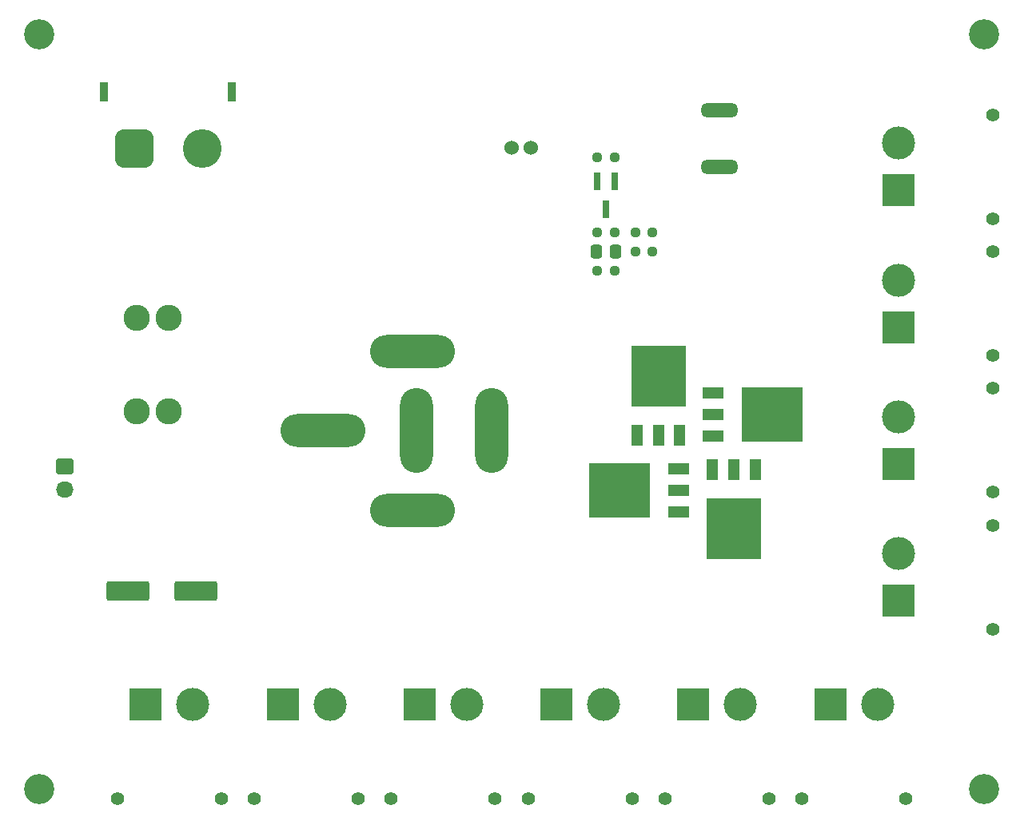
<source format=gbr>
%TF.GenerationSoftware,KiCad,Pcbnew,(6.0.11)*%
%TF.CreationDate,2023-09-13T23:25:57+09:00*%
%TF.ProjectId,Power,506f7765-722e-46b6-9963-61645f706362,rev?*%
%TF.SameCoordinates,Original*%
%TF.FileFunction,Soldermask,Top*%
%TF.FilePolarity,Negative*%
%FSLAX46Y46*%
G04 Gerber Fmt 4.6, Leading zero omitted, Abs format (unit mm)*
G04 Created by KiCad (PCBNEW (6.0.11)) date 2023-09-13 23:25:57*
%MOMM*%
%LPD*%
G01*
G04 APERTURE LIST*
G04 Aperture macros list*
%AMRoundRect*
0 Rectangle with rounded corners*
0 $1 Rounding radius*
0 $2 $3 $4 $5 $6 $7 $8 $9 X,Y pos of 4 corners*
0 Add a 4 corners polygon primitive as box body*
4,1,4,$2,$3,$4,$5,$6,$7,$8,$9,$2,$3,0*
0 Add four circle primitives for the rounded corners*
1,1,$1+$1,$2,$3*
1,1,$1+$1,$4,$5*
1,1,$1+$1,$6,$7*
1,1,$1+$1,$8,$9*
0 Add four rect primitives between the rounded corners*
20,1,$1+$1,$2,$3,$4,$5,0*
20,1,$1+$1,$4,$5,$6,$7,0*
20,1,$1+$1,$6,$7,$8,$9,0*
20,1,$1+$1,$8,$9,$2,$3,0*%
G04 Aperture macros list end*
%ADD10R,2.200000X1.200000*%
%ADD11R,6.400000X5.800000*%
%ADD12O,9.000000X3.500000*%
%ADD13O,3.500000X9.000000*%
%ADD14C,1.400000*%
%ADD15R,3.500000X3.500000*%
%ADD16C,3.500000*%
%ADD17RoundRect,0.250001X1.999999X0.799999X-1.999999X0.799999X-1.999999X-0.799999X1.999999X-0.799999X0*%
%ADD18C,3.200000*%
%ADD19R,0.800000X1.900000*%
%ADD20C,1.524000*%
%ADD21R,1.200000X2.200000*%
%ADD22R,5.800000X6.400000*%
%ADD23RoundRect,0.237500X-0.250000X-0.237500X0.250000X-0.237500X0.250000X0.237500X-0.250000X0.237500X0*%
%ADD24RoundRect,0.250000X-0.675000X0.600000X-0.675000X-0.600000X0.675000X-0.600000X0.675000X0.600000X0*%
%ADD25O,1.850000X1.700000*%
%ADD26RoundRect,0.237500X0.250000X0.237500X-0.250000X0.237500X-0.250000X-0.237500X0.250000X-0.237500X0*%
%ADD27R,0.900000X2.000000*%
%ADD28RoundRect,1.025000X-1.025000X-1.025000X1.025000X-1.025000X1.025000X1.025000X-1.025000X1.025000X0*%
%ADD29C,4.100000*%
%ADD30C,2.780000*%
%ADD31RoundRect,0.250000X-0.337500X-0.475000X0.337500X-0.475000X0.337500X0.475000X-0.337500X0.475000X0*%
%ADD32O,4.000000X1.524000*%
G04 APERTURE END LIST*
D10*
%TO.C,Q2*%
X164800000Y-99030995D03*
X164800000Y-96750995D03*
D11*
X158500000Y-96750995D03*
D10*
X164800000Y-94470995D03*
%TD*%
D12*
%TO.C,K1*%
X127060000Y-90470000D03*
D13*
X136960000Y-90470000D03*
X144960000Y-90470000D03*
D12*
X136560000Y-98870000D03*
X136560000Y-82070000D03*
%TD*%
D14*
%TO.C,J3*%
X198060000Y-85970000D03*
X198060000Y-96970000D03*
D15*
X188060000Y-93970000D03*
D16*
X188060000Y-88970000D03*
%TD*%
D10*
%TO.C,Q4*%
X168400000Y-86470995D03*
D11*
X174700000Y-88750995D03*
D10*
X168400000Y-88750995D03*
X168400000Y-91030995D03*
%TD*%
D17*
%TO.C,C2*%
X113660000Y-107470000D03*
X106460000Y-107470000D03*
%TD*%
D18*
%TO.C,H3*%
X97060000Y-128470000D03*
%TD*%
D19*
%TO.C,Q5*%
X158010000Y-63970000D03*
X156110000Y-63970000D03*
X157060000Y-66970000D03*
%TD*%
D20*
%TO.C,MES1*%
X149060000Y-60470000D03*
X147060000Y-60455000D03*
%TD*%
D21*
%TO.C,Q1*%
X160320000Y-90950995D03*
X162600000Y-90950995D03*
D22*
X162600000Y-84650995D03*
D21*
X164880000Y-90950995D03*
%TD*%
%TO.C,Q3*%
X172880000Y-94550995D03*
D22*
X170600000Y-100850995D03*
D21*
X170600000Y-94550995D03*
X168320000Y-94550995D03*
%TD*%
D23*
%TO.C,R2*%
X156147500Y-73470000D03*
X157972500Y-73470000D03*
%TD*%
D14*
%TO.C,J4*%
X198060000Y-67970000D03*
X198060000Y-56970000D03*
D15*
X188060000Y-64970000D03*
D16*
X188060000Y-59970000D03*
%TD*%
D24*
%TO.C,J2*%
X99710000Y-94220000D03*
D25*
X99710000Y-96720000D03*
%TD*%
D14*
%TO.C,J8*%
X198060000Y-71470000D03*
X198060000Y-82470000D03*
D15*
X188060000Y-79470000D03*
D16*
X188060000Y-74470000D03*
%TD*%
D18*
%TO.C,H2*%
X197060000Y-48470000D03*
%TD*%
D26*
%TO.C,R3*%
X161972500Y-71470000D03*
X160147500Y-71470000D03*
%TD*%
D14*
%TO.C,J10*%
X188810000Y-129470000D03*
X177810000Y-129470000D03*
D15*
X180810000Y-119470000D03*
D16*
X185810000Y-119470000D03*
%TD*%
D27*
%TO.C,J1*%
X117410000Y-54510000D03*
X103910000Y-54510000D03*
D28*
X107060000Y-60510000D03*
D29*
X114260000Y-60510000D03*
%TD*%
D14*
%TO.C,J9*%
X134310000Y-129470000D03*
X145310000Y-129470000D03*
D15*
X137310000Y-119470000D03*
D16*
X142310000Y-119470000D03*
%TD*%
D18*
%TO.C,H4*%
X197060000Y-128470000D03*
%TD*%
D30*
%TO.C,F1*%
X110760000Y-78510000D03*
X107360000Y-78510000D03*
X110760000Y-88430000D03*
X107360000Y-88430000D03*
%TD*%
D14*
%TO.C,J5*%
X105310000Y-129470000D03*
X116310000Y-129470000D03*
D15*
X108310000Y-119470000D03*
D16*
X113310000Y-119470000D03*
%TD*%
D23*
%TO.C,R4*%
X160147500Y-69470000D03*
X161972500Y-69470000D03*
%TD*%
D31*
%TO.C,C1*%
X156022500Y-71470000D03*
X158097500Y-71470000D03*
%TD*%
D14*
%TO.C,J6*%
X148810000Y-129470000D03*
X159810000Y-129470000D03*
D15*
X151810000Y-119470000D03*
D16*
X156810000Y-119470000D03*
%TD*%
D14*
%TO.C,J12*%
X130810000Y-129470000D03*
X119810000Y-129470000D03*
D15*
X122810000Y-119470000D03*
D16*
X127810000Y-119470000D03*
%TD*%
D26*
%TO.C,R6*%
X157972500Y-61470000D03*
X156147500Y-61470000D03*
%TD*%
D14*
%TO.C,J7*%
X198060000Y-111470000D03*
X198060000Y-100470000D03*
D15*
X188060000Y-108470000D03*
D16*
X188060000Y-103470000D03*
%TD*%
D18*
%TO.C,H1*%
X97060000Y-48470000D03*
%TD*%
D23*
%TO.C,R5*%
X156147500Y-69470000D03*
X157972500Y-69470000D03*
%TD*%
D14*
%TO.C,J11*%
X163310000Y-129470000D03*
X174310000Y-129470000D03*
D15*
X166310000Y-119470000D03*
D16*
X171310000Y-119470000D03*
%TD*%
D32*
%TO.C,SW1*%
X169060000Y-62470000D03*
X169060000Y-56470000D03*
%TD*%
M02*

</source>
